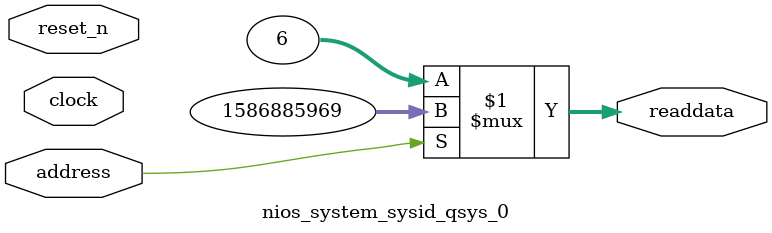
<source format=v>



// synthesis translate_off
`timescale 1ns / 1ps
// synthesis translate_on

// turn off superfluous verilog processor warnings 
// altera message_level Level1 
// altera message_off 10034 10035 10036 10037 10230 10240 10030 

module nios_system_sysid_qsys_0 (
               // inputs:
                address,
                clock,
                reset_n,

               // outputs:
                readdata
             )
;

  output  [ 31: 0] readdata;
  input            address;
  input            clock;
  input            reset_n;

  wire    [ 31: 0] readdata;
  //control_slave, which is an e_avalon_slave
  assign readdata = address ? 1586885969 : 6;

endmodule



</source>
